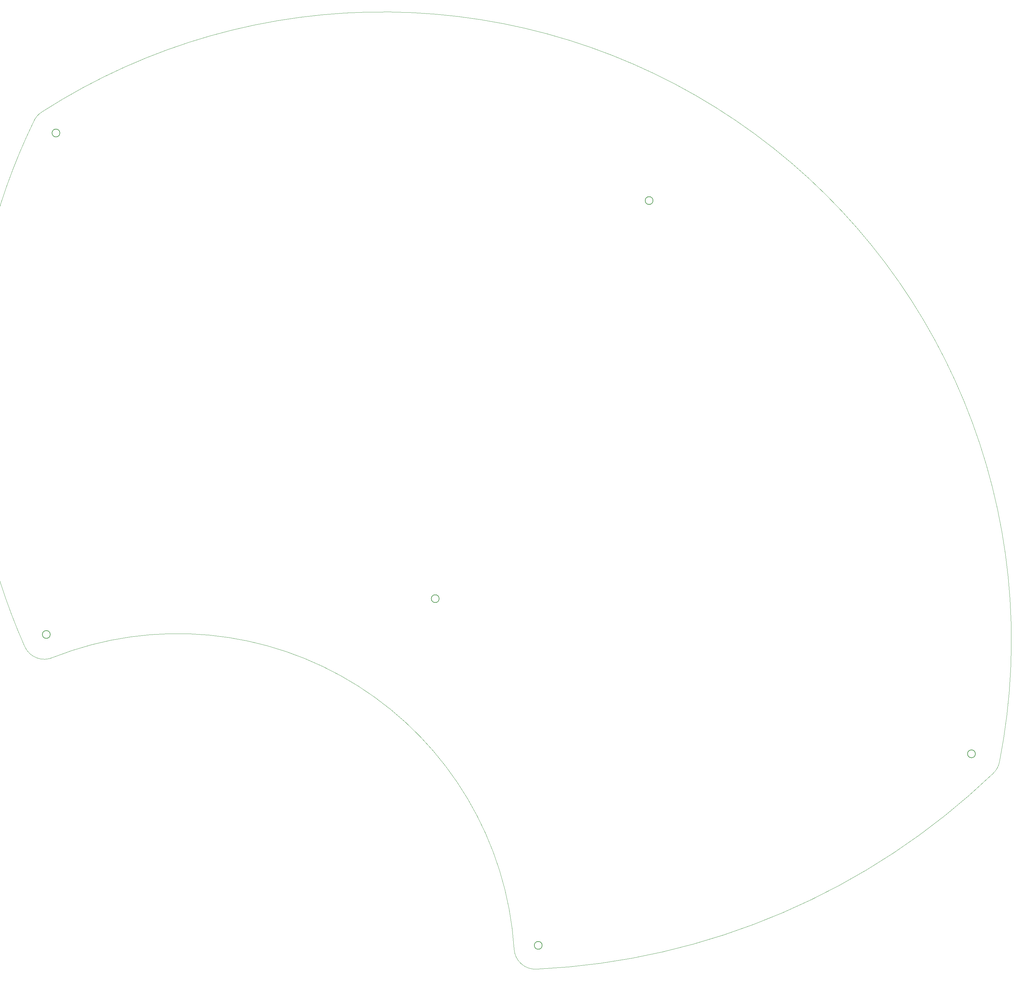
<source format=gbr>
G04 #@! TF.GenerationSoftware,KiCad,Pcbnew,(5.1.5)-3*
G04 #@! TF.CreationDate,2020-02-27T20:15:18+09:00*
G04 #@! TF.ProjectId,fan,66616e2e-6b69-4636-9164-5f7063625858,rev?*
G04 #@! TF.SameCoordinates,Original*
G04 #@! TF.FileFunction,Other,ECO2*
%FSLAX46Y46*%
G04 Gerber Fmt 4.6, Leading zero omitted, Abs format (unit mm)*
G04 Created by KiCad (PCBNEW (5.1.5)-3) date 2020-02-27 20:15:18*
%MOMM*%
%LPD*%
G04 APERTURE LIST*
%ADD10C,0.150000*%
%ADD11C,0.100000*%
G04 APERTURE END LIST*
D10*
X195409401Y-227329667D02*
G75*
G03X195409401Y-227329667I-1100000J0D01*
G01*
X85912882Y-237424832D02*
G75*
G03X85912882Y-237424832I-1100000J0D01*
G01*
X224404718Y-325028549D02*
G75*
G03X224404718Y-325028549I-1100000J0D01*
G01*
X346373089Y-271053401D02*
G75*
G03X346373089Y-271053401I-1100000J0D01*
G01*
X255615597Y-115150106D02*
G75*
G03X255615597Y-115150106I-1100001J0D01*
G01*
D11*
X353202628Y-273113435D02*
G75*
G02X351341590Y-276613464I-5927776J907131D01*
G01*
X351247578Y-276703694D02*
G75*
G02X223019289Y-331725161I-137499650J143515203D01*
G01*
X223017449Y-331725317D02*
G75*
G02X216511560Y-326030298I-507935J5983360D01*
G01*
X86795716Y-243846743D02*
G75*
G02X216511560Y-326030298I34948175J-88300347D01*
G01*
X86762313Y-243859989D02*
G75*
G02X78704336Y-240752493I-2518035J5471768D01*
G01*
X81170001Y-93078012D02*
G75*
G02X83624872Y-90140632I5591559J-2178561D01*
G01*
X83701689Y-90091251D02*
G75*
G02X353202803Y-273112290I95718013J-148986503D01*
G01*
D10*
X88628538Y-96111778D02*
G75*
G03X88628538Y-96111778I-1100000J0D01*
G01*
D11*
X78691904Y-240724430D02*
G75*
G02X81171405Y-93074409I160646229J71148082D01*
G01*
M02*

</source>
